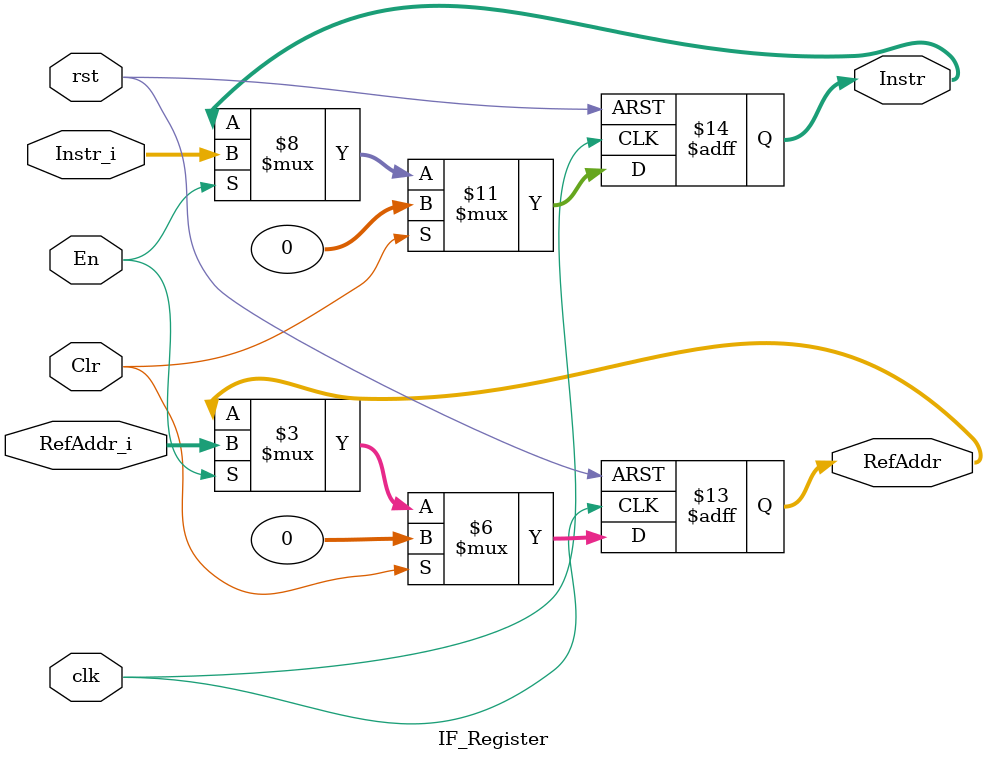
<source format=v>
module IF_Register (clk,rst,En,Clr,RefAddr_i,Instr_i,RefAddr,Instr);

	input clk, rst;
	input En, Clr;
	input[31:0] RefAddr_i, Instr_i;

	output[31:0] RefAddr, Instr;
		reg[31:0] RefAddr, Instr;

	always @(posedge clk or negedge rst)
	begin
		if(!rst)
			{RefAddr,Instr} <= {32'd0,32'd0};
		else
			if(Clr)
				{RefAddr,Instr} <= {32'd0,32'd0};
			else if(En)
				{RefAddr,Instr} <= {RefAddr_i,Instr_i};
	end

endmodule

</source>
